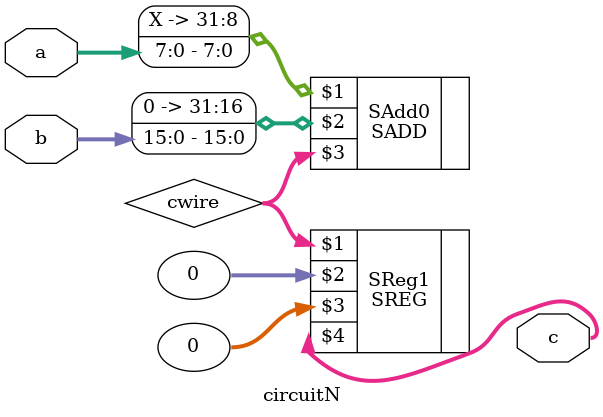
<source format=v>
`timescale 1ns / 1ps
module circuitN(a, b, c);
input signed [7:0] a;
input [15:0] b;
output signed [31:0] c;
wire signed [31:0] cwire;
SADD #(32) SAdd0({{24{a[23]}}, a}, {16'b0, b}, cwire);
SREG #(32) SReg1(cwire, 0, 0, c);
endmodule
</source>
